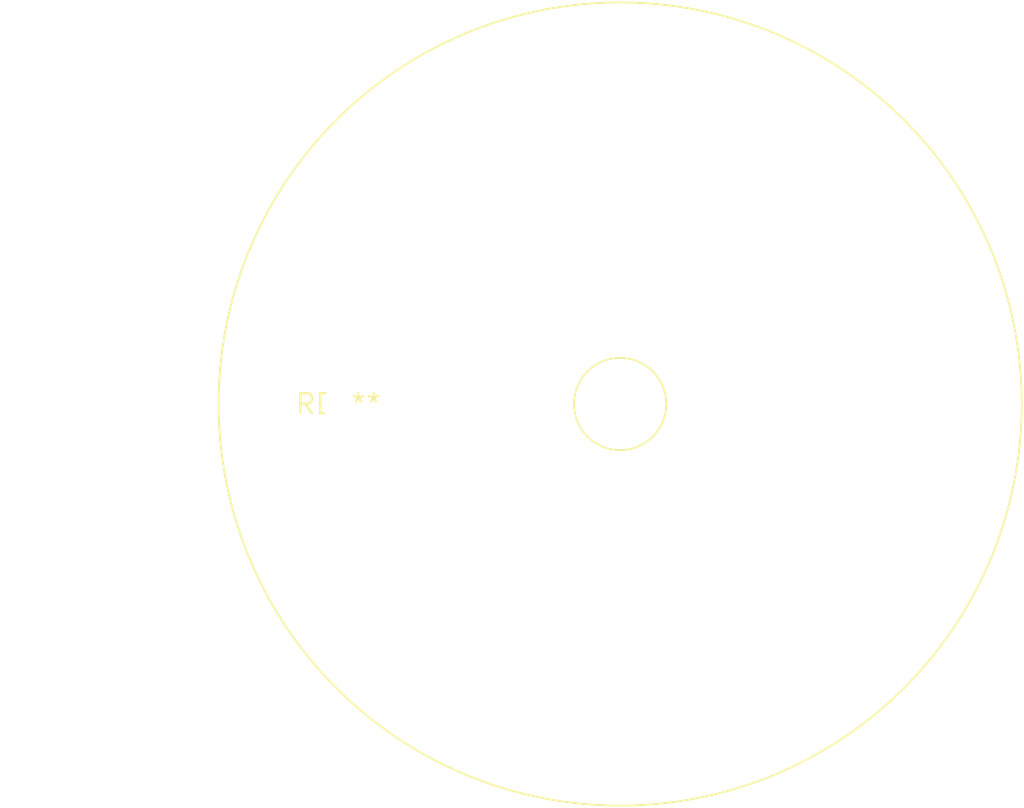
<source format=kicad_pcb>
(kicad_pcb (version 20240108) (generator pcbnew)
  (layers (0 "F.Cu" signal) (31 "B.Cu" signal) (34 "B.Paste" user) (35 "F.Paste" user) (36 "B.SilkS" user "B.Silkscreen") (37 "F.SilkS" user "F.Silkscreen") (38 "B.Mask" user) (39 "F.Mask" user) (44 "Edge.Cuts" user))
  (net 0 "")
  (footprint "L_Radial_D50.8mm_P35.81mm_Vishay_IHB-6" (layer "F.Cu") (at 0 0)
    (property "Reference" "REF**")
    (property "Value" "L_Radial_D50.8mm_P35.81mm_Vishay_IHB-6")
    (fp_circle (center 17.905 0) (end 20.835 0) (layer "F.SilkS") (stroke (width 0.12)) (fill none))
    (fp_circle (center 17.905 0) (end 43.425 0) (layer "F.SilkS") (stroke (width 0.12)) (fill none))
    (pad "1" thru_hole circle (at 0 0) (size 4.2 4.2) (drill 2.1) (layers *.Cu *.Mask) (remove_unused_layers))
    (pad "2" thru_hole circle (at 35.81 0) (size 4.2 4.2) (drill 2.1) (layers *.Cu *.Mask) (remove_unused_layers))
  )
)
</source>
